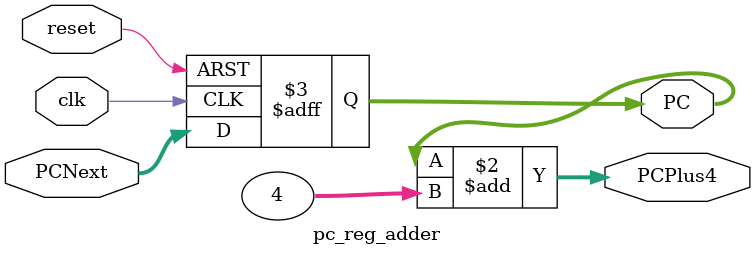
<source format=v>
`timescale 1ns / 1ps


module pc_reg_adder (
    input clk,
    input reset,
    input [31:0] PCNext,    // Chosen next PC from mux
    output reg  [31:0] PC,        // Current PC
    output [31:0] PCPlus4    // PC + 4
);

    // PC Register
    always @(posedge clk or posedge reset) begin
        if (reset)
            PC <= 32'h00000000;   // Start execution at address 0
        else
            PC <= PCNext;
    end

    // PCPlus4 logic (combinational)
    assign PCPlus4 = PC + 32'd4;

endmodule


</source>
